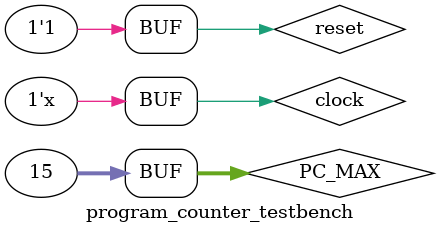
<source format=v>
module program_counter(input clock,input reset,input[31:0] PC_MAX,output reg [31:0] PC = 0);

always @ ( posedge clock  or  negedge reset) begin
if ( ! reset ) PC <= 0 ;
 else begin
 PC <= PC + 1 ;
 if ( PC == PC_MAX) PC <= 0 ;
 end
 end
 endmodule
 

module program_counter_testbench();


reg clock = 0;
reg reset = 1;
reg [31:0] PC_MAX = 15;
wire [31:0] PC;

program_counter uut0(.clock(clock),.reset(reset),.PC_MAX(PC_MAX),.PC(PC));

always begin #1; clock = !clock; end

initial begin

#40;

reset = 0 ; #5;
reset = 1 ; #5;
end
 endmodule
</source>
